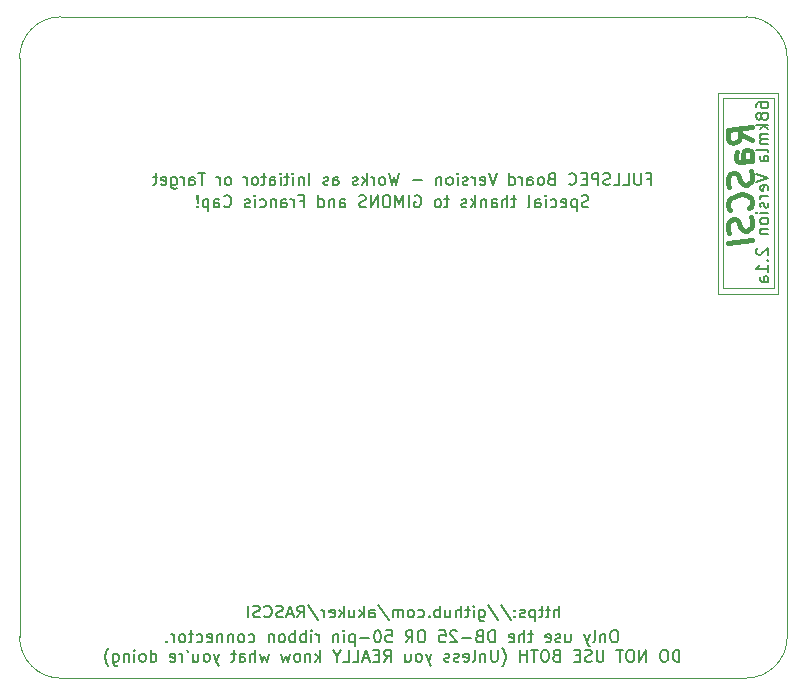
<source format=gbr>
%TF.GenerationSoftware,KiCad,Pcbnew,(5.1.4)-1*%
%TF.CreationDate,2020-08-02T20:17:12-05:00*%
%TF.ProjectId,rascsi_2p1,72617363-7369-45f3-9270-312e6b696361,rev?*%
%TF.SameCoordinates,PX59d60c0PY325aa00*%
%TF.FileFunction,Legend,Bot*%
%TF.FilePolarity,Positive*%
%FSLAX46Y46*%
G04 Gerber Fmt 4.6, Leading zero omitted, Abs format (unit mm)*
G04 Created by KiCad (PCBNEW (5.1.4)-1) date 2020-08-02 20:17:12*
%MOMM*%
%LPD*%
G04 APERTURE LIST*
%ADD10C,0.120000*%
%ADD11C,0.400000*%
%ADD12C,0.150000*%
%ADD13C,0.050000*%
G04 APERTURE END LIST*
D10*
X144179000Y-12668500D02*
X139924500Y-12668500D01*
X139861000Y3397000D02*
X144179000Y3397000D01*
X144179000Y3397000D02*
X144179000Y-12668500D01*
X139861000Y-12605000D02*
X139861000Y3397000D01*
D11*
X142289761Y-157738D02*
X141337380Y389881D01*
X142289761Y985120D02*
X140289761Y735120D01*
X140289761Y-26785D01*
X140385000Y-205357D01*
X140480238Y-288690D01*
X140670714Y-360119D01*
X140956428Y-324404D01*
X141146904Y-205357D01*
X141242142Y-98214D01*
X141337380Y104167D01*
X141337380Y866072D01*
X142289761Y-1872023D02*
X141242142Y-2002976D01*
X141051666Y-1931547D01*
X140956428Y-1752976D01*
X140956428Y-1372023D01*
X141051666Y-1169642D01*
X142194523Y-1883928D02*
X142289761Y-1681547D01*
X142289761Y-1205357D01*
X142194523Y-1026785D01*
X142004047Y-955357D01*
X141813571Y-979166D01*
X141623095Y-1098214D01*
X141527857Y-1300595D01*
X141527857Y-1776785D01*
X141432619Y-1979166D01*
X142194523Y-2741071D02*
X142289761Y-3014880D01*
X142289761Y-3491071D01*
X142194523Y-3693452D01*
X142099285Y-3800595D01*
X141908809Y-3919642D01*
X141718333Y-3943452D01*
X141527857Y-3872023D01*
X141432619Y-3788690D01*
X141337380Y-3610119D01*
X141242142Y-3241071D01*
X141146904Y-3062500D01*
X141051666Y-2979166D01*
X140861190Y-2907738D01*
X140670714Y-2931547D01*
X140480238Y-3050595D01*
X140385000Y-3157738D01*
X140289761Y-3360119D01*
X140289761Y-3836309D01*
X140385000Y-4110119D01*
X142099285Y-5895833D02*
X142194523Y-5788690D01*
X142289761Y-5491071D01*
X142289761Y-5300595D01*
X142194523Y-5026785D01*
X142004047Y-4860119D01*
X141813571Y-4788690D01*
X141432619Y-4741071D01*
X141146904Y-4776785D01*
X140765952Y-4919642D01*
X140575476Y-5038690D01*
X140385000Y-5252976D01*
X140289761Y-5550595D01*
X140289761Y-5741071D01*
X140385000Y-6014880D01*
X140480238Y-6098214D01*
X142194523Y-6645833D02*
X142289761Y-6919642D01*
X142289761Y-7395833D01*
X142194523Y-7598214D01*
X142099285Y-7705357D01*
X141908809Y-7824404D01*
X141718333Y-7848214D01*
X141527857Y-7776785D01*
X141432619Y-7693452D01*
X141337380Y-7514880D01*
X141242142Y-7145833D01*
X141146904Y-6967261D01*
X141051666Y-6883928D01*
X140861190Y-6812500D01*
X140670714Y-6836309D01*
X140480238Y-6955357D01*
X140385000Y-7062500D01*
X140289761Y-7264880D01*
X140289761Y-7741071D01*
X140385000Y-8014880D01*
X142289761Y-8633928D02*
X140289761Y-8883928D01*
D12*
X142678880Y2649977D02*
X142678880Y2840453D01*
X142726500Y2935691D01*
X142774119Y2983310D01*
X142916976Y3078548D01*
X143107452Y3126167D01*
X143488404Y3126167D01*
X143583642Y3078548D01*
X143631261Y3030929D01*
X143678880Y2935691D01*
X143678880Y2745215D01*
X143631261Y2649977D01*
X143583642Y2602358D01*
X143488404Y2554739D01*
X143250309Y2554739D01*
X143155071Y2602358D01*
X143107452Y2649977D01*
X143059833Y2745215D01*
X143059833Y2935691D01*
X143107452Y3030929D01*
X143155071Y3078548D01*
X143250309Y3126167D01*
X143107452Y1983310D02*
X143059833Y2078548D01*
X143012214Y2126167D01*
X142916976Y2173786D01*
X142869357Y2173786D01*
X142774119Y2126167D01*
X142726500Y2078548D01*
X142678880Y1983310D01*
X142678880Y1792834D01*
X142726500Y1697596D01*
X142774119Y1649977D01*
X142869357Y1602358D01*
X142916976Y1602358D01*
X143012214Y1649977D01*
X143059833Y1697596D01*
X143107452Y1792834D01*
X143107452Y1983310D01*
X143155071Y2078548D01*
X143202690Y2126167D01*
X143297928Y2173786D01*
X143488404Y2173786D01*
X143583642Y2126167D01*
X143631261Y2078548D01*
X143678880Y1983310D01*
X143678880Y1792834D01*
X143631261Y1697596D01*
X143583642Y1649977D01*
X143488404Y1602358D01*
X143297928Y1602358D01*
X143202690Y1649977D01*
X143155071Y1697596D01*
X143107452Y1792834D01*
X143678880Y1173786D02*
X142678880Y1173786D01*
X143297928Y1078548D02*
X143678880Y792834D01*
X143012214Y792834D02*
X143393166Y1173786D01*
X143678880Y364262D02*
X143012214Y364262D01*
X143107452Y364262D02*
X143059833Y316643D01*
X143012214Y221405D01*
X143012214Y78548D01*
X143059833Y-16690D01*
X143155071Y-64309D01*
X143678880Y-64309D01*
X143155071Y-64309D02*
X143059833Y-111928D01*
X143012214Y-207166D01*
X143012214Y-350023D01*
X143059833Y-445261D01*
X143155071Y-492880D01*
X143678880Y-492880D01*
X143678880Y-1111928D02*
X143631261Y-1016690D01*
X143536023Y-969071D01*
X142678880Y-969071D01*
X143678880Y-1921452D02*
X143155071Y-1921452D01*
X143059833Y-1873833D01*
X143012214Y-1778595D01*
X143012214Y-1588119D01*
X143059833Y-1492880D01*
X143631261Y-1921452D02*
X143678880Y-1826214D01*
X143678880Y-1588119D01*
X143631261Y-1492880D01*
X143536023Y-1445261D01*
X143440785Y-1445261D01*
X143345547Y-1492880D01*
X143297928Y-1588119D01*
X143297928Y-1826214D01*
X143250309Y-1921452D01*
X142678880Y-3016690D02*
X143678880Y-3350023D01*
X142678880Y-3683357D01*
X143631261Y-4397642D02*
X143678880Y-4302404D01*
X143678880Y-4111928D01*
X143631261Y-4016690D01*
X143536023Y-3969071D01*
X143155071Y-3969071D01*
X143059833Y-4016690D01*
X143012214Y-4111928D01*
X143012214Y-4302404D01*
X143059833Y-4397642D01*
X143155071Y-4445261D01*
X143250309Y-4445261D01*
X143345547Y-3969071D01*
X143678880Y-4873833D02*
X143012214Y-4873833D01*
X143202690Y-4873833D02*
X143107452Y-4921452D01*
X143059833Y-4969071D01*
X143012214Y-5064309D01*
X143012214Y-5159547D01*
X143631261Y-5445261D02*
X143678880Y-5540500D01*
X143678880Y-5730976D01*
X143631261Y-5826214D01*
X143536023Y-5873833D01*
X143488404Y-5873833D01*
X143393166Y-5826214D01*
X143345547Y-5730976D01*
X143345547Y-5588119D01*
X143297928Y-5492880D01*
X143202690Y-5445261D01*
X143155071Y-5445261D01*
X143059833Y-5492880D01*
X143012214Y-5588119D01*
X143012214Y-5730976D01*
X143059833Y-5826214D01*
X143678880Y-6302404D02*
X143012214Y-6302404D01*
X142678880Y-6302404D02*
X142726500Y-6254785D01*
X142774119Y-6302404D01*
X142726500Y-6350023D01*
X142678880Y-6302404D01*
X142774119Y-6302404D01*
X143678880Y-6921452D02*
X143631261Y-6826214D01*
X143583642Y-6778595D01*
X143488404Y-6730976D01*
X143202690Y-6730976D01*
X143107452Y-6778595D01*
X143059833Y-6826214D01*
X143012214Y-6921452D01*
X143012214Y-7064309D01*
X143059833Y-7159547D01*
X143107452Y-7207166D01*
X143202690Y-7254785D01*
X143488404Y-7254785D01*
X143583642Y-7207166D01*
X143631261Y-7159547D01*
X143678880Y-7064309D01*
X143678880Y-6921452D01*
X143012214Y-7683357D02*
X143678880Y-7683357D01*
X143107452Y-7683357D02*
X143059833Y-7730976D01*
X143012214Y-7826214D01*
X143012214Y-7969071D01*
X143059833Y-8064309D01*
X143155071Y-8111928D01*
X143678880Y-8111928D01*
X142774119Y-9302404D02*
X142726500Y-9350023D01*
X142678880Y-9445261D01*
X142678880Y-9683357D01*
X142726500Y-9778595D01*
X142774119Y-9826214D01*
X142869357Y-9873833D01*
X142964595Y-9873833D01*
X143107452Y-9826214D01*
X143678880Y-9254785D01*
X143678880Y-9873833D01*
X143583642Y-10302404D02*
X143631261Y-10350023D01*
X143678880Y-10302404D01*
X143631261Y-10254785D01*
X143583642Y-10302404D01*
X143678880Y-10302404D01*
X143678880Y-11302404D02*
X143678880Y-10730976D01*
X143678880Y-11016690D02*
X142678880Y-11016690D01*
X142821738Y-10921452D01*
X142916976Y-10826214D01*
X142964595Y-10730976D01*
X143678880Y-12159547D02*
X143155071Y-12159547D01*
X143059833Y-12111928D01*
X143012214Y-12016690D01*
X143012214Y-11826214D01*
X143059833Y-11730976D01*
X143631261Y-12159547D02*
X143678880Y-12064309D01*
X143678880Y-11826214D01*
X143631261Y-11730976D01*
X143536023Y-11683357D01*
X143440785Y-11683357D01*
X143345547Y-11730976D01*
X143297928Y-11826214D01*
X143297928Y-12064309D01*
X143250309Y-12159547D01*
D10*
X139861000Y-12668500D02*
X140115000Y-12668500D01*
X139480000Y-13176500D02*
X144560000Y-13176500D01*
X144560000Y3841500D02*
X139480000Y3841500D01*
X139480000Y3778000D02*
X139480000Y-13176500D01*
X144560000Y3841500D02*
X144560000Y-13176500D01*
X139861000Y-12605000D02*
X139861000Y-12668500D01*
D12*
X125976666Y-40552880D02*
X125976666Y-39552880D01*
X125548095Y-40552880D02*
X125548095Y-40029071D01*
X125595714Y-39933833D01*
X125690952Y-39886214D01*
X125833809Y-39886214D01*
X125929047Y-39933833D01*
X125976666Y-39981452D01*
X125214761Y-39886214D02*
X124833809Y-39886214D01*
X125071904Y-39552880D02*
X125071904Y-40410023D01*
X125024285Y-40505261D01*
X124929047Y-40552880D01*
X124833809Y-40552880D01*
X124643333Y-39886214D02*
X124262380Y-39886214D01*
X124500476Y-39552880D02*
X124500476Y-40410023D01*
X124452857Y-40505261D01*
X124357619Y-40552880D01*
X124262380Y-40552880D01*
X123929047Y-39886214D02*
X123929047Y-40886214D01*
X123929047Y-39933833D02*
X123833809Y-39886214D01*
X123643333Y-39886214D01*
X123548095Y-39933833D01*
X123500476Y-39981452D01*
X123452857Y-40076690D01*
X123452857Y-40362404D01*
X123500476Y-40457642D01*
X123548095Y-40505261D01*
X123643333Y-40552880D01*
X123833809Y-40552880D01*
X123929047Y-40505261D01*
X123071904Y-40505261D02*
X122976666Y-40552880D01*
X122786190Y-40552880D01*
X122690952Y-40505261D01*
X122643333Y-40410023D01*
X122643333Y-40362404D01*
X122690952Y-40267166D01*
X122786190Y-40219547D01*
X122929047Y-40219547D01*
X123024285Y-40171928D01*
X123071904Y-40076690D01*
X123071904Y-40029071D01*
X123024285Y-39933833D01*
X122929047Y-39886214D01*
X122786190Y-39886214D01*
X122690952Y-39933833D01*
X122214761Y-40457642D02*
X122167142Y-40505261D01*
X122214761Y-40552880D01*
X122262380Y-40505261D01*
X122214761Y-40457642D01*
X122214761Y-40552880D01*
X122214761Y-39933833D02*
X122167142Y-39981452D01*
X122214761Y-40029071D01*
X122262380Y-39981452D01*
X122214761Y-39933833D01*
X122214761Y-40029071D01*
X121024285Y-39505261D02*
X121881428Y-40790976D01*
X119976666Y-39505261D02*
X120833809Y-40790976D01*
X119214761Y-39886214D02*
X119214761Y-40695738D01*
X119262380Y-40790976D01*
X119310000Y-40838595D01*
X119405238Y-40886214D01*
X119548095Y-40886214D01*
X119643333Y-40838595D01*
X119214761Y-40505261D02*
X119310000Y-40552880D01*
X119500476Y-40552880D01*
X119595714Y-40505261D01*
X119643333Y-40457642D01*
X119690952Y-40362404D01*
X119690952Y-40076690D01*
X119643333Y-39981452D01*
X119595714Y-39933833D01*
X119500476Y-39886214D01*
X119310000Y-39886214D01*
X119214761Y-39933833D01*
X118738571Y-40552880D02*
X118738571Y-39886214D01*
X118738571Y-39552880D02*
X118786190Y-39600500D01*
X118738571Y-39648119D01*
X118690952Y-39600500D01*
X118738571Y-39552880D01*
X118738571Y-39648119D01*
X118405238Y-39886214D02*
X118024285Y-39886214D01*
X118262380Y-39552880D02*
X118262380Y-40410023D01*
X118214761Y-40505261D01*
X118119523Y-40552880D01*
X118024285Y-40552880D01*
X117690952Y-40552880D02*
X117690952Y-39552880D01*
X117262380Y-40552880D02*
X117262380Y-40029071D01*
X117310000Y-39933833D01*
X117405238Y-39886214D01*
X117548095Y-39886214D01*
X117643333Y-39933833D01*
X117690952Y-39981452D01*
X116357619Y-39886214D02*
X116357619Y-40552880D01*
X116786190Y-39886214D02*
X116786190Y-40410023D01*
X116738571Y-40505261D01*
X116643333Y-40552880D01*
X116500476Y-40552880D01*
X116405238Y-40505261D01*
X116357619Y-40457642D01*
X115881428Y-40552880D02*
X115881428Y-39552880D01*
X115881428Y-39933833D02*
X115786190Y-39886214D01*
X115595714Y-39886214D01*
X115500476Y-39933833D01*
X115452857Y-39981452D01*
X115405238Y-40076690D01*
X115405238Y-40362404D01*
X115452857Y-40457642D01*
X115500476Y-40505261D01*
X115595714Y-40552880D01*
X115786190Y-40552880D01*
X115881428Y-40505261D01*
X114976666Y-40457642D02*
X114929047Y-40505261D01*
X114976666Y-40552880D01*
X115024285Y-40505261D01*
X114976666Y-40457642D01*
X114976666Y-40552880D01*
X114071904Y-40505261D02*
X114167142Y-40552880D01*
X114357619Y-40552880D01*
X114452857Y-40505261D01*
X114500476Y-40457642D01*
X114548095Y-40362404D01*
X114548095Y-40076690D01*
X114500476Y-39981452D01*
X114452857Y-39933833D01*
X114357619Y-39886214D01*
X114167142Y-39886214D01*
X114071904Y-39933833D01*
X113500476Y-40552880D02*
X113595714Y-40505261D01*
X113643333Y-40457642D01*
X113690952Y-40362404D01*
X113690952Y-40076690D01*
X113643333Y-39981452D01*
X113595714Y-39933833D01*
X113500476Y-39886214D01*
X113357619Y-39886214D01*
X113262380Y-39933833D01*
X113214761Y-39981452D01*
X113167142Y-40076690D01*
X113167142Y-40362404D01*
X113214761Y-40457642D01*
X113262380Y-40505261D01*
X113357619Y-40552880D01*
X113500476Y-40552880D01*
X112738571Y-40552880D02*
X112738571Y-39886214D01*
X112738571Y-39981452D02*
X112690952Y-39933833D01*
X112595714Y-39886214D01*
X112452857Y-39886214D01*
X112357619Y-39933833D01*
X112310000Y-40029071D01*
X112310000Y-40552880D01*
X112310000Y-40029071D02*
X112262380Y-39933833D01*
X112167142Y-39886214D01*
X112024285Y-39886214D01*
X111929047Y-39933833D01*
X111881428Y-40029071D01*
X111881428Y-40552880D01*
X110690952Y-39505261D02*
X111548095Y-40790976D01*
X109929047Y-40552880D02*
X109929047Y-40029071D01*
X109976666Y-39933833D01*
X110071904Y-39886214D01*
X110262380Y-39886214D01*
X110357619Y-39933833D01*
X109929047Y-40505261D02*
X110024285Y-40552880D01*
X110262380Y-40552880D01*
X110357619Y-40505261D01*
X110405238Y-40410023D01*
X110405238Y-40314785D01*
X110357619Y-40219547D01*
X110262380Y-40171928D01*
X110024285Y-40171928D01*
X109929047Y-40124309D01*
X109452857Y-40552880D02*
X109452857Y-39552880D01*
X109357619Y-40171928D02*
X109071904Y-40552880D01*
X109071904Y-39886214D02*
X109452857Y-40267166D01*
X108214761Y-39886214D02*
X108214761Y-40552880D01*
X108643333Y-39886214D02*
X108643333Y-40410023D01*
X108595714Y-40505261D01*
X108500476Y-40552880D01*
X108357619Y-40552880D01*
X108262380Y-40505261D01*
X108214761Y-40457642D01*
X107738571Y-40552880D02*
X107738571Y-39552880D01*
X107643333Y-40171928D02*
X107357619Y-40552880D01*
X107357619Y-39886214D02*
X107738571Y-40267166D01*
X106548095Y-40505261D02*
X106643333Y-40552880D01*
X106833809Y-40552880D01*
X106929047Y-40505261D01*
X106976666Y-40410023D01*
X106976666Y-40029071D01*
X106929047Y-39933833D01*
X106833809Y-39886214D01*
X106643333Y-39886214D01*
X106548095Y-39933833D01*
X106500476Y-40029071D01*
X106500476Y-40124309D01*
X106976666Y-40219547D01*
X106071904Y-40552880D02*
X106071904Y-39886214D01*
X106071904Y-40076690D02*
X106024285Y-39981452D01*
X105976666Y-39933833D01*
X105881428Y-39886214D01*
X105786190Y-39886214D01*
X104738571Y-39505261D02*
X105595714Y-40790976D01*
X103833809Y-40552880D02*
X104167142Y-40076690D01*
X104405238Y-40552880D02*
X104405238Y-39552880D01*
X104024285Y-39552880D01*
X103929047Y-39600500D01*
X103881428Y-39648119D01*
X103833809Y-39743357D01*
X103833809Y-39886214D01*
X103881428Y-39981452D01*
X103929047Y-40029071D01*
X104024285Y-40076690D01*
X104405238Y-40076690D01*
X103452857Y-40267166D02*
X102976666Y-40267166D01*
X103548095Y-40552880D02*
X103214761Y-39552880D01*
X102881428Y-40552880D01*
X102595714Y-40505261D02*
X102452857Y-40552880D01*
X102214761Y-40552880D01*
X102119523Y-40505261D01*
X102071904Y-40457642D01*
X102024285Y-40362404D01*
X102024285Y-40267166D01*
X102071904Y-40171928D01*
X102119523Y-40124309D01*
X102214761Y-40076690D01*
X102405238Y-40029071D01*
X102500476Y-39981452D01*
X102548095Y-39933833D01*
X102595714Y-39838595D01*
X102595714Y-39743357D01*
X102548095Y-39648119D01*
X102500476Y-39600500D01*
X102405238Y-39552880D01*
X102167142Y-39552880D01*
X102024285Y-39600500D01*
X101024285Y-40457642D02*
X101071904Y-40505261D01*
X101214761Y-40552880D01*
X101310000Y-40552880D01*
X101452857Y-40505261D01*
X101548095Y-40410023D01*
X101595714Y-40314785D01*
X101643333Y-40124309D01*
X101643333Y-39981452D01*
X101595714Y-39790976D01*
X101548095Y-39695738D01*
X101452857Y-39600500D01*
X101310000Y-39552880D01*
X101214761Y-39552880D01*
X101071904Y-39600500D01*
X101024285Y-39648119D01*
X100643333Y-40505261D02*
X100500476Y-40552880D01*
X100262380Y-40552880D01*
X100167142Y-40505261D01*
X100119523Y-40457642D01*
X100071904Y-40362404D01*
X100071904Y-40267166D01*
X100119523Y-40171928D01*
X100167142Y-40124309D01*
X100262380Y-40076690D01*
X100452857Y-40029071D01*
X100548095Y-39981452D01*
X100595714Y-39933833D01*
X100643333Y-39838595D01*
X100643333Y-39743357D01*
X100595714Y-39648119D01*
X100548095Y-39600500D01*
X100452857Y-39552880D01*
X100214761Y-39552880D01*
X100071904Y-39600500D01*
X99643333Y-40552880D02*
X99643333Y-39552880D01*
X133449676Y-3414971D02*
X133783009Y-3414971D01*
X133783009Y-3938780D02*
X133783009Y-2938780D01*
X133306819Y-2938780D01*
X132925866Y-2938780D02*
X132925866Y-3748304D01*
X132878247Y-3843542D01*
X132830628Y-3891161D01*
X132735390Y-3938780D01*
X132544914Y-3938780D01*
X132449676Y-3891161D01*
X132402057Y-3843542D01*
X132354438Y-3748304D01*
X132354438Y-2938780D01*
X131402057Y-3938780D02*
X131878247Y-3938780D01*
X131878247Y-2938780D01*
X130592533Y-3938780D02*
X131068723Y-3938780D01*
X131068723Y-2938780D01*
X130306819Y-3891161D02*
X130163961Y-3938780D01*
X129925866Y-3938780D01*
X129830628Y-3891161D01*
X129783009Y-3843542D01*
X129735390Y-3748304D01*
X129735390Y-3653066D01*
X129783009Y-3557828D01*
X129830628Y-3510209D01*
X129925866Y-3462590D01*
X130116342Y-3414971D01*
X130211580Y-3367352D01*
X130259200Y-3319733D01*
X130306819Y-3224495D01*
X130306819Y-3129257D01*
X130259200Y-3034019D01*
X130211580Y-2986400D01*
X130116342Y-2938780D01*
X129878247Y-2938780D01*
X129735390Y-2986400D01*
X129306819Y-3938780D02*
X129306819Y-2938780D01*
X128925866Y-2938780D01*
X128830628Y-2986400D01*
X128783009Y-3034019D01*
X128735390Y-3129257D01*
X128735390Y-3272114D01*
X128783009Y-3367352D01*
X128830628Y-3414971D01*
X128925866Y-3462590D01*
X129306819Y-3462590D01*
X128306819Y-3414971D02*
X127973485Y-3414971D01*
X127830628Y-3938780D02*
X128306819Y-3938780D01*
X128306819Y-2938780D01*
X127830628Y-2938780D01*
X126830628Y-3843542D02*
X126878247Y-3891161D01*
X127021104Y-3938780D01*
X127116342Y-3938780D01*
X127259200Y-3891161D01*
X127354438Y-3795923D01*
X127402057Y-3700685D01*
X127449676Y-3510209D01*
X127449676Y-3367352D01*
X127402057Y-3176876D01*
X127354438Y-3081638D01*
X127259200Y-2986400D01*
X127116342Y-2938780D01*
X127021104Y-2938780D01*
X126878247Y-2986400D01*
X126830628Y-3034019D01*
X125306819Y-3414971D02*
X125163961Y-3462590D01*
X125116342Y-3510209D01*
X125068723Y-3605447D01*
X125068723Y-3748304D01*
X125116342Y-3843542D01*
X125163961Y-3891161D01*
X125259200Y-3938780D01*
X125640152Y-3938780D01*
X125640152Y-2938780D01*
X125306819Y-2938780D01*
X125211580Y-2986400D01*
X125163961Y-3034019D01*
X125116342Y-3129257D01*
X125116342Y-3224495D01*
X125163961Y-3319733D01*
X125211580Y-3367352D01*
X125306819Y-3414971D01*
X125640152Y-3414971D01*
X124497295Y-3938780D02*
X124592533Y-3891161D01*
X124640152Y-3843542D01*
X124687771Y-3748304D01*
X124687771Y-3462590D01*
X124640152Y-3367352D01*
X124592533Y-3319733D01*
X124497295Y-3272114D01*
X124354438Y-3272114D01*
X124259200Y-3319733D01*
X124211580Y-3367352D01*
X124163961Y-3462590D01*
X124163961Y-3748304D01*
X124211580Y-3843542D01*
X124259200Y-3891161D01*
X124354438Y-3938780D01*
X124497295Y-3938780D01*
X123306819Y-3938780D02*
X123306819Y-3414971D01*
X123354438Y-3319733D01*
X123449676Y-3272114D01*
X123640152Y-3272114D01*
X123735390Y-3319733D01*
X123306819Y-3891161D02*
X123402057Y-3938780D01*
X123640152Y-3938780D01*
X123735390Y-3891161D01*
X123783009Y-3795923D01*
X123783009Y-3700685D01*
X123735390Y-3605447D01*
X123640152Y-3557828D01*
X123402057Y-3557828D01*
X123306819Y-3510209D01*
X122830628Y-3938780D02*
X122830628Y-3272114D01*
X122830628Y-3462590D02*
X122783009Y-3367352D01*
X122735390Y-3319733D01*
X122640152Y-3272114D01*
X122544914Y-3272114D01*
X121783009Y-3938780D02*
X121783009Y-2938780D01*
X121783009Y-3891161D02*
X121878247Y-3938780D01*
X122068723Y-3938780D01*
X122163961Y-3891161D01*
X122211580Y-3843542D01*
X122259200Y-3748304D01*
X122259200Y-3462590D01*
X122211580Y-3367352D01*
X122163961Y-3319733D01*
X122068723Y-3272114D01*
X121878247Y-3272114D01*
X121783009Y-3319733D01*
X120687771Y-2938780D02*
X120354438Y-3938780D01*
X120021104Y-2938780D01*
X119306819Y-3891161D02*
X119402057Y-3938780D01*
X119592533Y-3938780D01*
X119687771Y-3891161D01*
X119735390Y-3795923D01*
X119735390Y-3414971D01*
X119687771Y-3319733D01*
X119592533Y-3272114D01*
X119402057Y-3272114D01*
X119306819Y-3319733D01*
X119259200Y-3414971D01*
X119259200Y-3510209D01*
X119735390Y-3605447D01*
X118830628Y-3938780D02*
X118830628Y-3272114D01*
X118830628Y-3462590D02*
X118783009Y-3367352D01*
X118735390Y-3319733D01*
X118640152Y-3272114D01*
X118544914Y-3272114D01*
X118259200Y-3891161D02*
X118163961Y-3938780D01*
X117973485Y-3938780D01*
X117878247Y-3891161D01*
X117830628Y-3795923D01*
X117830628Y-3748304D01*
X117878247Y-3653066D01*
X117973485Y-3605447D01*
X118116342Y-3605447D01*
X118211580Y-3557828D01*
X118259200Y-3462590D01*
X118259200Y-3414971D01*
X118211580Y-3319733D01*
X118116342Y-3272114D01*
X117973485Y-3272114D01*
X117878247Y-3319733D01*
X117402057Y-3938780D02*
X117402057Y-3272114D01*
X117402057Y-2938780D02*
X117449676Y-2986400D01*
X117402057Y-3034019D01*
X117354438Y-2986400D01*
X117402057Y-2938780D01*
X117402057Y-3034019D01*
X116783009Y-3938780D02*
X116878247Y-3891161D01*
X116925866Y-3843542D01*
X116973485Y-3748304D01*
X116973485Y-3462590D01*
X116925866Y-3367352D01*
X116878247Y-3319733D01*
X116783009Y-3272114D01*
X116640152Y-3272114D01*
X116544914Y-3319733D01*
X116497295Y-3367352D01*
X116449676Y-3462590D01*
X116449676Y-3748304D01*
X116497295Y-3843542D01*
X116544914Y-3891161D01*
X116640152Y-3938780D01*
X116783009Y-3938780D01*
X116021104Y-3272114D02*
X116021104Y-3938780D01*
X116021104Y-3367352D02*
X115973485Y-3319733D01*
X115878247Y-3272114D01*
X115735390Y-3272114D01*
X115640152Y-3319733D01*
X115592533Y-3414971D01*
X115592533Y-3938780D01*
X114354438Y-3557828D02*
X113592533Y-3557828D01*
X112449676Y-2938780D02*
X112211580Y-3938780D01*
X112021104Y-3224495D01*
X111830628Y-3938780D01*
X111592533Y-2938780D01*
X111068723Y-3938780D02*
X111163961Y-3891161D01*
X111211580Y-3843542D01*
X111259200Y-3748304D01*
X111259200Y-3462590D01*
X111211580Y-3367352D01*
X111163961Y-3319733D01*
X111068723Y-3272114D01*
X110925866Y-3272114D01*
X110830628Y-3319733D01*
X110783009Y-3367352D01*
X110735390Y-3462590D01*
X110735390Y-3748304D01*
X110783009Y-3843542D01*
X110830628Y-3891161D01*
X110925866Y-3938780D01*
X111068723Y-3938780D01*
X110306819Y-3938780D02*
X110306819Y-3272114D01*
X110306819Y-3462590D02*
X110259200Y-3367352D01*
X110211580Y-3319733D01*
X110116342Y-3272114D01*
X110021104Y-3272114D01*
X109687771Y-3938780D02*
X109687771Y-2938780D01*
X109592533Y-3557828D02*
X109306819Y-3938780D01*
X109306819Y-3272114D02*
X109687771Y-3653066D01*
X108925866Y-3891161D02*
X108830628Y-3938780D01*
X108640152Y-3938780D01*
X108544914Y-3891161D01*
X108497295Y-3795923D01*
X108497295Y-3748304D01*
X108544914Y-3653066D01*
X108640152Y-3605447D01*
X108783009Y-3605447D01*
X108878247Y-3557828D01*
X108925866Y-3462590D01*
X108925866Y-3414971D01*
X108878247Y-3319733D01*
X108783009Y-3272114D01*
X108640152Y-3272114D01*
X108544914Y-3319733D01*
X106878247Y-3938780D02*
X106878247Y-3414971D01*
X106925866Y-3319733D01*
X107021104Y-3272114D01*
X107211580Y-3272114D01*
X107306819Y-3319733D01*
X106878247Y-3891161D02*
X106973485Y-3938780D01*
X107211580Y-3938780D01*
X107306819Y-3891161D01*
X107354438Y-3795923D01*
X107354438Y-3700685D01*
X107306819Y-3605447D01*
X107211580Y-3557828D01*
X106973485Y-3557828D01*
X106878247Y-3510209D01*
X106449676Y-3891161D02*
X106354438Y-3938780D01*
X106163961Y-3938780D01*
X106068723Y-3891161D01*
X106021104Y-3795923D01*
X106021104Y-3748304D01*
X106068723Y-3653066D01*
X106163961Y-3605447D01*
X106306819Y-3605447D01*
X106402057Y-3557828D01*
X106449676Y-3462590D01*
X106449676Y-3414971D01*
X106402057Y-3319733D01*
X106306819Y-3272114D01*
X106163961Y-3272114D01*
X106068723Y-3319733D01*
X104830628Y-3938780D02*
X104830628Y-2938780D01*
X104354438Y-3272114D02*
X104354438Y-3938780D01*
X104354438Y-3367352D02*
X104306819Y-3319733D01*
X104211580Y-3272114D01*
X104068723Y-3272114D01*
X103973485Y-3319733D01*
X103925866Y-3414971D01*
X103925866Y-3938780D01*
X103449676Y-3938780D02*
X103449676Y-3272114D01*
X103449676Y-2938780D02*
X103497295Y-2986400D01*
X103449676Y-3034019D01*
X103402057Y-2986400D01*
X103449676Y-2938780D01*
X103449676Y-3034019D01*
X103116342Y-3272114D02*
X102735390Y-3272114D01*
X102973485Y-2938780D02*
X102973485Y-3795923D01*
X102925866Y-3891161D01*
X102830628Y-3938780D01*
X102735390Y-3938780D01*
X102402057Y-3938780D02*
X102402057Y-3272114D01*
X102402057Y-2938780D02*
X102449676Y-2986400D01*
X102402057Y-3034019D01*
X102354438Y-2986400D01*
X102402057Y-2938780D01*
X102402057Y-3034019D01*
X101497295Y-3938780D02*
X101497295Y-3414971D01*
X101544914Y-3319733D01*
X101640152Y-3272114D01*
X101830628Y-3272114D01*
X101925866Y-3319733D01*
X101497295Y-3891161D02*
X101592533Y-3938780D01*
X101830628Y-3938780D01*
X101925866Y-3891161D01*
X101973485Y-3795923D01*
X101973485Y-3700685D01*
X101925866Y-3605447D01*
X101830628Y-3557828D01*
X101592533Y-3557828D01*
X101497295Y-3510209D01*
X101163961Y-3272114D02*
X100783009Y-3272114D01*
X101021104Y-2938780D02*
X101021104Y-3795923D01*
X100973485Y-3891161D01*
X100878247Y-3938780D01*
X100783009Y-3938780D01*
X100306819Y-3938780D02*
X100402057Y-3891161D01*
X100449676Y-3843542D01*
X100497295Y-3748304D01*
X100497295Y-3462590D01*
X100449676Y-3367352D01*
X100402057Y-3319733D01*
X100306819Y-3272114D01*
X100163961Y-3272114D01*
X100068723Y-3319733D01*
X100021104Y-3367352D01*
X99973485Y-3462590D01*
X99973485Y-3748304D01*
X100021104Y-3843542D01*
X100068723Y-3891161D01*
X100163961Y-3938780D01*
X100306819Y-3938780D01*
X99544914Y-3938780D02*
X99544914Y-3272114D01*
X99544914Y-3462590D02*
X99497295Y-3367352D01*
X99449676Y-3319733D01*
X99354438Y-3272114D01*
X99259200Y-3272114D01*
X98021104Y-3938780D02*
X98116342Y-3891161D01*
X98163961Y-3843542D01*
X98211580Y-3748304D01*
X98211580Y-3462590D01*
X98163961Y-3367352D01*
X98116342Y-3319733D01*
X98021104Y-3272114D01*
X97878247Y-3272114D01*
X97783009Y-3319733D01*
X97735390Y-3367352D01*
X97687771Y-3462590D01*
X97687771Y-3748304D01*
X97735390Y-3843542D01*
X97783009Y-3891161D01*
X97878247Y-3938780D01*
X98021104Y-3938780D01*
X97259200Y-3938780D02*
X97259200Y-3272114D01*
X97259200Y-3462590D02*
X97211580Y-3367352D01*
X97163961Y-3319733D01*
X97068723Y-3272114D01*
X96973485Y-3272114D01*
X96021104Y-2938780D02*
X95449676Y-2938780D01*
X95735390Y-3938780D02*
X95735390Y-2938780D01*
X94687771Y-3938780D02*
X94687771Y-3414971D01*
X94735390Y-3319733D01*
X94830628Y-3272114D01*
X95021104Y-3272114D01*
X95116342Y-3319733D01*
X94687771Y-3891161D02*
X94783009Y-3938780D01*
X95021104Y-3938780D01*
X95116342Y-3891161D01*
X95163961Y-3795923D01*
X95163961Y-3700685D01*
X95116342Y-3605447D01*
X95021104Y-3557828D01*
X94783009Y-3557828D01*
X94687771Y-3510209D01*
X94211580Y-3938780D02*
X94211580Y-3272114D01*
X94211580Y-3462590D02*
X94163961Y-3367352D01*
X94116342Y-3319733D01*
X94021104Y-3272114D01*
X93925866Y-3272114D01*
X93163961Y-3272114D02*
X93163961Y-4081638D01*
X93211580Y-4176876D01*
X93259200Y-4224495D01*
X93354438Y-4272114D01*
X93497295Y-4272114D01*
X93592533Y-4224495D01*
X93163961Y-3891161D02*
X93259200Y-3938780D01*
X93449676Y-3938780D01*
X93544914Y-3891161D01*
X93592533Y-3843542D01*
X93640152Y-3748304D01*
X93640152Y-3462590D01*
X93592533Y-3367352D01*
X93544914Y-3319733D01*
X93449676Y-3272114D01*
X93259200Y-3272114D01*
X93163961Y-3319733D01*
X92306819Y-3891161D02*
X92402057Y-3938780D01*
X92592533Y-3938780D01*
X92687771Y-3891161D01*
X92735390Y-3795923D01*
X92735390Y-3414971D01*
X92687771Y-3319733D01*
X92592533Y-3272114D01*
X92402057Y-3272114D01*
X92306819Y-3319733D01*
X92259200Y-3414971D01*
X92259200Y-3510209D01*
X92735390Y-3605447D01*
X91973485Y-3272114D02*
X91592533Y-3272114D01*
X91830628Y-2938780D02*
X91830628Y-3795923D01*
X91783009Y-3891161D01*
X91687771Y-3938780D01*
X91592533Y-3938780D01*
X128467028Y-5770761D02*
X128324171Y-5818380D01*
X128086076Y-5818380D01*
X127990838Y-5770761D01*
X127943219Y-5723142D01*
X127895600Y-5627904D01*
X127895600Y-5532666D01*
X127943219Y-5437428D01*
X127990838Y-5389809D01*
X128086076Y-5342190D01*
X128276552Y-5294571D01*
X128371790Y-5246952D01*
X128419409Y-5199333D01*
X128467028Y-5104095D01*
X128467028Y-5008857D01*
X128419409Y-4913619D01*
X128371790Y-4866000D01*
X128276552Y-4818380D01*
X128038457Y-4818380D01*
X127895600Y-4866000D01*
X127467028Y-5151714D02*
X127467028Y-6151714D01*
X127467028Y-5199333D02*
X127371790Y-5151714D01*
X127181314Y-5151714D01*
X127086076Y-5199333D01*
X127038457Y-5246952D01*
X126990838Y-5342190D01*
X126990838Y-5627904D01*
X127038457Y-5723142D01*
X127086076Y-5770761D01*
X127181314Y-5818380D01*
X127371790Y-5818380D01*
X127467028Y-5770761D01*
X126181314Y-5770761D02*
X126276552Y-5818380D01*
X126467028Y-5818380D01*
X126562266Y-5770761D01*
X126609885Y-5675523D01*
X126609885Y-5294571D01*
X126562266Y-5199333D01*
X126467028Y-5151714D01*
X126276552Y-5151714D01*
X126181314Y-5199333D01*
X126133695Y-5294571D01*
X126133695Y-5389809D01*
X126609885Y-5485047D01*
X125276552Y-5770761D02*
X125371790Y-5818380D01*
X125562266Y-5818380D01*
X125657504Y-5770761D01*
X125705123Y-5723142D01*
X125752742Y-5627904D01*
X125752742Y-5342190D01*
X125705123Y-5246952D01*
X125657504Y-5199333D01*
X125562266Y-5151714D01*
X125371790Y-5151714D01*
X125276552Y-5199333D01*
X124847980Y-5818380D02*
X124847980Y-5151714D01*
X124847980Y-4818380D02*
X124895600Y-4866000D01*
X124847980Y-4913619D01*
X124800361Y-4866000D01*
X124847980Y-4818380D01*
X124847980Y-4913619D01*
X123943219Y-5818380D02*
X123943219Y-5294571D01*
X123990838Y-5199333D01*
X124086076Y-5151714D01*
X124276552Y-5151714D01*
X124371790Y-5199333D01*
X123943219Y-5770761D02*
X124038457Y-5818380D01*
X124276552Y-5818380D01*
X124371790Y-5770761D01*
X124419409Y-5675523D01*
X124419409Y-5580285D01*
X124371790Y-5485047D01*
X124276552Y-5437428D01*
X124038457Y-5437428D01*
X123943219Y-5389809D01*
X123324171Y-5818380D02*
X123419409Y-5770761D01*
X123467028Y-5675523D01*
X123467028Y-4818380D01*
X122324171Y-5151714D02*
X121943219Y-5151714D01*
X122181314Y-4818380D02*
X122181314Y-5675523D01*
X122133695Y-5770761D01*
X122038457Y-5818380D01*
X121943219Y-5818380D01*
X121609885Y-5818380D02*
X121609885Y-4818380D01*
X121181314Y-5818380D02*
X121181314Y-5294571D01*
X121228933Y-5199333D01*
X121324171Y-5151714D01*
X121467028Y-5151714D01*
X121562266Y-5199333D01*
X121609885Y-5246952D01*
X120276552Y-5818380D02*
X120276552Y-5294571D01*
X120324171Y-5199333D01*
X120419409Y-5151714D01*
X120609885Y-5151714D01*
X120705123Y-5199333D01*
X120276552Y-5770761D02*
X120371790Y-5818380D01*
X120609885Y-5818380D01*
X120705123Y-5770761D01*
X120752742Y-5675523D01*
X120752742Y-5580285D01*
X120705123Y-5485047D01*
X120609885Y-5437428D01*
X120371790Y-5437428D01*
X120276552Y-5389809D01*
X119800361Y-5151714D02*
X119800361Y-5818380D01*
X119800361Y-5246952D02*
X119752742Y-5199333D01*
X119657504Y-5151714D01*
X119514647Y-5151714D01*
X119419409Y-5199333D01*
X119371790Y-5294571D01*
X119371790Y-5818380D01*
X118895600Y-5818380D02*
X118895600Y-4818380D01*
X118800361Y-5437428D02*
X118514647Y-5818380D01*
X118514647Y-5151714D02*
X118895600Y-5532666D01*
X118133695Y-5770761D02*
X118038457Y-5818380D01*
X117847980Y-5818380D01*
X117752742Y-5770761D01*
X117705123Y-5675523D01*
X117705123Y-5627904D01*
X117752742Y-5532666D01*
X117847980Y-5485047D01*
X117990838Y-5485047D01*
X118086076Y-5437428D01*
X118133695Y-5342190D01*
X118133695Y-5294571D01*
X118086076Y-5199333D01*
X117990838Y-5151714D01*
X117847980Y-5151714D01*
X117752742Y-5199333D01*
X116657504Y-5151714D02*
X116276552Y-5151714D01*
X116514647Y-4818380D02*
X116514647Y-5675523D01*
X116467028Y-5770761D01*
X116371790Y-5818380D01*
X116276552Y-5818380D01*
X115800361Y-5818380D02*
X115895600Y-5770761D01*
X115943219Y-5723142D01*
X115990838Y-5627904D01*
X115990838Y-5342190D01*
X115943219Y-5246952D01*
X115895600Y-5199333D01*
X115800361Y-5151714D01*
X115657504Y-5151714D01*
X115562266Y-5199333D01*
X115514647Y-5246952D01*
X115467028Y-5342190D01*
X115467028Y-5627904D01*
X115514647Y-5723142D01*
X115562266Y-5770761D01*
X115657504Y-5818380D01*
X115800361Y-5818380D01*
X113752742Y-4866000D02*
X113847980Y-4818380D01*
X113990838Y-4818380D01*
X114133695Y-4866000D01*
X114228933Y-4961238D01*
X114276552Y-5056476D01*
X114324171Y-5246952D01*
X114324171Y-5389809D01*
X114276552Y-5580285D01*
X114228933Y-5675523D01*
X114133695Y-5770761D01*
X113990838Y-5818380D01*
X113895600Y-5818380D01*
X113752742Y-5770761D01*
X113705123Y-5723142D01*
X113705123Y-5389809D01*
X113895600Y-5389809D01*
X113276552Y-5818380D02*
X113276552Y-4818380D01*
X112800361Y-5818380D02*
X112800361Y-4818380D01*
X112467028Y-5532666D01*
X112133695Y-4818380D01*
X112133695Y-5818380D01*
X111467028Y-4818380D02*
X111276552Y-4818380D01*
X111181314Y-4866000D01*
X111086076Y-4961238D01*
X111038457Y-5151714D01*
X111038457Y-5485047D01*
X111086076Y-5675523D01*
X111181314Y-5770761D01*
X111276552Y-5818380D01*
X111467028Y-5818380D01*
X111562266Y-5770761D01*
X111657504Y-5675523D01*
X111705123Y-5485047D01*
X111705123Y-5151714D01*
X111657504Y-4961238D01*
X111562266Y-4866000D01*
X111467028Y-4818380D01*
X110609885Y-5818380D02*
X110609885Y-4818380D01*
X110038457Y-5818380D01*
X110038457Y-4818380D01*
X109609885Y-5770761D02*
X109467028Y-5818380D01*
X109228933Y-5818380D01*
X109133695Y-5770761D01*
X109086076Y-5723142D01*
X109038457Y-5627904D01*
X109038457Y-5532666D01*
X109086076Y-5437428D01*
X109133695Y-5389809D01*
X109228933Y-5342190D01*
X109419409Y-5294571D01*
X109514647Y-5246952D01*
X109562266Y-5199333D01*
X109609885Y-5104095D01*
X109609885Y-5008857D01*
X109562266Y-4913619D01*
X109514647Y-4866000D01*
X109419409Y-4818380D01*
X109181314Y-4818380D01*
X109038457Y-4866000D01*
X107419409Y-5818380D02*
X107419409Y-5294571D01*
X107467028Y-5199333D01*
X107562266Y-5151714D01*
X107752742Y-5151714D01*
X107847980Y-5199333D01*
X107419409Y-5770761D02*
X107514647Y-5818380D01*
X107752742Y-5818380D01*
X107847980Y-5770761D01*
X107895600Y-5675523D01*
X107895600Y-5580285D01*
X107847980Y-5485047D01*
X107752742Y-5437428D01*
X107514647Y-5437428D01*
X107419409Y-5389809D01*
X106943219Y-5151714D02*
X106943219Y-5818380D01*
X106943219Y-5246952D02*
X106895600Y-5199333D01*
X106800361Y-5151714D01*
X106657504Y-5151714D01*
X106562266Y-5199333D01*
X106514647Y-5294571D01*
X106514647Y-5818380D01*
X105609885Y-5818380D02*
X105609885Y-4818380D01*
X105609885Y-5770761D02*
X105705123Y-5818380D01*
X105895600Y-5818380D01*
X105990838Y-5770761D01*
X106038457Y-5723142D01*
X106086076Y-5627904D01*
X106086076Y-5342190D01*
X106038457Y-5246952D01*
X105990838Y-5199333D01*
X105895600Y-5151714D01*
X105705123Y-5151714D01*
X105609885Y-5199333D01*
X104038457Y-5294571D02*
X104371790Y-5294571D01*
X104371790Y-5818380D02*
X104371790Y-4818380D01*
X103895600Y-4818380D01*
X103514647Y-5818380D02*
X103514647Y-5151714D01*
X103514647Y-5342190D02*
X103467028Y-5246952D01*
X103419409Y-5199333D01*
X103324171Y-5151714D01*
X103228933Y-5151714D01*
X102467028Y-5818380D02*
X102467028Y-5294571D01*
X102514647Y-5199333D01*
X102609885Y-5151714D01*
X102800361Y-5151714D01*
X102895600Y-5199333D01*
X102467028Y-5770761D02*
X102562266Y-5818380D01*
X102800361Y-5818380D01*
X102895600Y-5770761D01*
X102943219Y-5675523D01*
X102943219Y-5580285D01*
X102895600Y-5485047D01*
X102800361Y-5437428D01*
X102562266Y-5437428D01*
X102467028Y-5389809D01*
X101990838Y-5151714D02*
X101990838Y-5818380D01*
X101990838Y-5246952D02*
X101943219Y-5199333D01*
X101847980Y-5151714D01*
X101705123Y-5151714D01*
X101609885Y-5199333D01*
X101562266Y-5294571D01*
X101562266Y-5818380D01*
X100657504Y-5770761D02*
X100752742Y-5818380D01*
X100943219Y-5818380D01*
X101038457Y-5770761D01*
X101086076Y-5723142D01*
X101133695Y-5627904D01*
X101133695Y-5342190D01*
X101086076Y-5246952D01*
X101038457Y-5199333D01*
X100943219Y-5151714D01*
X100752742Y-5151714D01*
X100657504Y-5199333D01*
X100228933Y-5818380D02*
X100228933Y-5151714D01*
X100228933Y-4818380D02*
X100276552Y-4866000D01*
X100228933Y-4913619D01*
X100181314Y-4866000D01*
X100228933Y-4818380D01*
X100228933Y-4913619D01*
X99800361Y-5770761D02*
X99705123Y-5818380D01*
X99514647Y-5818380D01*
X99419409Y-5770761D01*
X99371790Y-5675523D01*
X99371790Y-5627904D01*
X99419409Y-5532666D01*
X99514647Y-5485047D01*
X99657504Y-5485047D01*
X99752742Y-5437428D01*
X99800361Y-5342190D01*
X99800361Y-5294571D01*
X99752742Y-5199333D01*
X99657504Y-5151714D01*
X99514647Y-5151714D01*
X99419409Y-5199333D01*
X97609885Y-5723142D02*
X97657504Y-5770761D01*
X97800361Y-5818380D01*
X97895600Y-5818380D01*
X98038457Y-5770761D01*
X98133695Y-5675523D01*
X98181314Y-5580285D01*
X98228933Y-5389809D01*
X98228933Y-5246952D01*
X98181314Y-5056476D01*
X98133695Y-4961238D01*
X98038457Y-4866000D01*
X97895600Y-4818380D01*
X97800361Y-4818380D01*
X97657504Y-4866000D01*
X97609885Y-4913619D01*
X96752742Y-5818380D02*
X96752742Y-5294571D01*
X96800361Y-5199333D01*
X96895600Y-5151714D01*
X97086076Y-5151714D01*
X97181314Y-5199333D01*
X96752742Y-5770761D02*
X96847980Y-5818380D01*
X97086076Y-5818380D01*
X97181314Y-5770761D01*
X97228933Y-5675523D01*
X97228933Y-5580285D01*
X97181314Y-5485047D01*
X97086076Y-5437428D01*
X96847980Y-5437428D01*
X96752742Y-5389809D01*
X96276552Y-5151714D02*
X96276552Y-6151714D01*
X96276552Y-5199333D02*
X96181314Y-5151714D01*
X95990838Y-5151714D01*
X95895600Y-5199333D01*
X95847980Y-5246952D01*
X95800361Y-5342190D01*
X95800361Y-5627904D01*
X95847980Y-5723142D01*
X95895600Y-5770761D01*
X95990838Y-5818380D01*
X96181314Y-5818380D01*
X96276552Y-5770761D01*
X95371790Y-5723142D02*
X95324171Y-5770761D01*
X95371790Y-5818380D01*
X95419409Y-5770761D01*
X95371790Y-5723142D01*
X95371790Y-5818380D01*
X95371790Y-5437428D02*
X95419409Y-4866000D01*
X95371790Y-4818380D01*
X95324171Y-4866000D01*
X95371790Y-5437428D01*
X95371790Y-4818380D01*
X130762261Y-41648880D02*
X130571785Y-41648880D01*
X130476547Y-41696500D01*
X130381309Y-41791738D01*
X130333690Y-41982214D01*
X130333690Y-42315547D01*
X130381309Y-42506023D01*
X130476547Y-42601261D01*
X130571785Y-42648880D01*
X130762261Y-42648880D01*
X130857500Y-42601261D01*
X130952738Y-42506023D01*
X131000357Y-42315547D01*
X131000357Y-41982214D01*
X130952738Y-41791738D01*
X130857500Y-41696500D01*
X130762261Y-41648880D01*
X129905119Y-41982214D02*
X129905119Y-42648880D01*
X129905119Y-42077452D02*
X129857500Y-42029833D01*
X129762261Y-41982214D01*
X129619404Y-41982214D01*
X129524166Y-42029833D01*
X129476547Y-42125071D01*
X129476547Y-42648880D01*
X128857500Y-42648880D02*
X128952738Y-42601261D01*
X129000357Y-42506023D01*
X129000357Y-41648880D01*
X128571785Y-41982214D02*
X128333690Y-42648880D01*
X128095595Y-41982214D02*
X128333690Y-42648880D01*
X128428928Y-42886976D01*
X128476547Y-42934595D01*
X128571785Y-42982214D01*
X126524166Y-41982214D02*
X126524166Y-42648880D01*
X126952738Y-41982214D02*
X126952738Y-42506023D01*
X126905119Y-42601261D01*
X126809880Y-42648880D01*
X126667023Y-42648880D01*
X126571785Y-42601261D01*
X126524166Y-42553642D01*
X126095595Y-42601261D02*
X126000357Y-42648880D01*
X125809880Y-42648880D01*
X125714642Y-42601261D01*
X125667023Y-42506023D01*
X125667023Y-42458404D01*
X125714642Y-42363166D01*
X125809880Y-42315547D01*
X125952738Y-42315547D01*
X126047976Y-42267928D01*
X126095595Y-42172690D01*
X126095595Y-42125071D01*
X126047976Y-42029833D01*
X125952738Y-41982214D01*
X125809880Y-41982214D01*
X125714642Y-42029833D01*
X124857500Y-42601261D02*
X124952738Y-42648880D01*
X125143214Y-42648880D01*
X125238452Y-42601261D01*
X125286071Y-42506023D01*
X125286071Y-42125071D01*
X125238452Y-42029833D01*
X125143214Y-41982214D01*
X124952738Y-41982214D01*
X124857500Y-42029833D01*
X124809880Y-42125071D01*
X124809880Y-42220309D01*
X125286071Y-42315547D01*
X123762261Y-41982214D02*
X123381309Y-41982214D01*
X123619404Y-41648880D02*
X123619404Y-42506023D01*
X123571785Y-42601261D01*
X123476547Y-42648880D01*
X123381309Y-42648880D01*
X123047976Y-42648880D02*
X123047976Y-41648880D01*
X122619404Y-42648880D02*
X122619404Y-42125071D01*
X122667023Y-42029833D01*
X122762261Y-41982214D01*
X122905119Y-41982214D01*
X123000357Y-42029833D01*
X123047976Y-42077452D01*
X121762261Y-42601261D02*
X121857500Y-42648880D01*
X122047976Y-42648880D01*
X122143214Y-42601261D01*
X122190833Y-42506023D01*
X122190833Y-42125071D01*
X122143214Y-42029833D01*
X122047976Y-41982214D01*
X121857500Y-41982214D01*
X121762261Y-42029833D01*
X121714642Y-42125071D01*
X121714642Y-42220309D01*
X122190833Y-42315547D01*
X120524166Y-42648880D02*
X120524166Y-41648880D01*
X120286071Y-41648880D01*
X120143214Y-41696500D01*
X120047976Y-41791738D01*
X120000357Y-41886976D01*
X119952738Y-42077452D01*
X119952738Y-42220309D01*
X120000357Y-42410785D01*
X120047976Y-42506023D01*
X120143214Y-42601261D01*
X120286071Y-42648880D01*
X120524166Y-42648880D01*
X119190833Y-42125071D02*
X119047976Y-42172690D01*
X119000357Y-42220309D01*
X118952738Y-42315547D01*
X118952738Y-42458404D01*
X119000357Y-42553642D01*
X119047976Y-42601261D01*
X119143214Y-42648880D01*
X119524166Y-42648880D01*
X119524166Y-41648880D01*
X119190833Y-41648880D01*
X119095595Y-41696500D01*
X119047976Y-41744119D01*
X119000357Y-41839357D01*
X119000357Y-41934595D01*
X119047976Y-42029833D01*
X119095595Y-42077452D01*
X119190833Y-42125071D01*
X119524166Y-42125071D01*
X118524166Y-42267928D02*
X117762261Y-42267928D01*
X117333690Y-41744119D02*
X117286071Y-41696500D01*
X117190833Y-41648880D01*
X116952738Y-41648880D01*
X116857500Y-41696500D01*
X116809880Y-41744119D01*
X116762261Y-41839357D01*
X116762261Y-41934595D01*
X116809880Y-42077452D01*
X117381309Y-42648880D01*
X116762261Y-42648880D01*
X115857500Y-41648880D02*
X116333690Y-41648880D01*
X116381309Y-42125071D01*
X116333690Y-42077452D01*
X116238452Y-42029833D01*
X116000357Y-42029833D01*
X115905119Y-42077452D01*
X115857500Y-42125071D01*
X115809880Y-42220309D01*
X115809880Y-42458404D01*
X115857500Y-42553642D01*
X115905119Y-42601261D01*
X116000357Y-42648880D01*
X116238452Y-42648880D01*
X116333690Y-42601261D01*
X116381309Y-42553642D01*
X114428928Y-41648880D02*
X114238452Y-41648880D01*
X114143214Y-41696500D01*
X114047976Y-41791738D01*
X114000357Y-41982214D01*
X114000357Y-42315547D01*
X114047976Y-42506023D01*
X114143214Y-42601261D01*
X114238452Y-42648880D01*
X114428928Y-42648880D01*
X114524166Y-42601261D01*
X114619404Y-42506023D01*
X114667023Y-42315547D01*
X114667023Y-41982214D01*
X114619404Y-41791738D01*
X114524166Y-41696500D01*
X114428928Y-41648880D01*
X113000357Y-42648880D02*
X113333690Y-42172690D01*
X113571785Y-42648880D02*
X113571785Y-41648880D01*
X113190833Y-41648880D01*
X113095595Y-41696500D01*
X113047976Y-41744119D01*
X113000357Y-41839357D01*
X113000357Y-41982214D01*
X113047976Y-42077452D01*
X113095595Y-42125071D01*
X113190833Y-42172690D01*
X113571785Y-42172690D01*
X111333690Y-41648880D02*
X111809880Y-41648880D01*
X111857500Y-42125071D01*
X111809880Y-42077452D01*
X111714642Y-42029833D01*
X111476547Y-42029833D01*
X111381309Y-42077452D01*
X111333690Y-42125071D01*
X111286071Y-42220309D01*
X111286071Y-42458404D01*
X111333690Y-42553642D01*
X111381309Y-42601261D01*
X111476547Y-42648880D01*
X111714642Y-42648880D01*
X111809880Y-42601261D01*
X111857500Y-42553642D01*
X110667023Y-41648880D02*
X110571785Y-41648880D01*
X110476547Y-41696500D01*
X110428928Y-41744119D01*
X110381309Y-41839357D01*
X110333690Y-42029833D01*
X110333690Y-42267928D01*
X110381309Y-42458404D01*
X110428928Y-42553642D01*
X110476547Y-42601261D01*
X110571785Y-42648880D01*
X110667023Y-42648880D01*
X110762261Y-42601261D01*
X110809880Y-42553642D01*
X110857500Y-42458404D01*
X110905119Y-42267928D01*
X110905119Y-42029833D01*
X110857500Y-41839357D01*
X110809880Y-41744119D01*
X110762261Y-41696500D01*
X110667023Y-41648880D01*
X109905119Y-42267928D02*
X109143214Y-42267928D01*
X108667023Y-41982214D02*
X108667023Y-42982214D01*
X108667023Y-42029833D02*
X108571785Y-41982214D01*
X108381309Y-41982214D01*
X108286071Y-42029833D01*
X108238452Y-42077452D01*
X108190833Y-42172690D01*
X108190833Y-42458404D01*
X108238452Y-42553642D01*
X108286071Y-42601261D01*
X108381309Y-42648880D01*
X108571785Y-42648880D01*
X108667023Y-42601261D01*
X107762261Y-42648880D02*
X107762261Y-41982214D01*
X107762261Y-41648880D02*
X107809880Y-41696500D01*
X107762261Y-41744119D01*
X107714642Y-41696500D01*
X107762261Y-41648880D01*
X107762261Y-41744119D01*
X107286071Y-41982214D02*
X107286071Y-42648880D01*
X107286071Y-42077452D02*
X107238452Y-42029833D01*
X107143214Y-41982214D01*
X107000357Y-41982214D01*
X106905119Y-42029833D01*
X106857500Y-42125071D01*
X106857500Y-42648880D01*
X105619404Y-42648880D02*
X105619404Y-41982214D01*
X105619404Y-42172690D02*
X105571785Y-42077452D01*
X105524166Y-42029833D01*
X105428928Y-41982214D01*
X105333690Y-41982214D01*
X105000357Y-42648880D02*
X105000357Y-41982214D01*
X105000357Y-41648880D02*
X105047976Y-41696500D01*
X105000357Y-41744119D01*
X104952738Y-41696500D01*
X105000357Y-41648880D01*
X105000357Y-41744119D01*
X104524166Y-42648880D02*
X104524166Y-41648880D01*
X104524166Y-42029833D02*
X104428928Y-41982214D01*
X104238452Y-41982214D01*
X104143214Y-42029833D01*
X104095595Y-42077452D01*
X104047976Y-42172690D01*
X104047976Y-42458404D01*
X104095595Y-42553642D01*
X104143214Y-42601261D01*
X104238452Y-42648880D01*
X104428928Y-42648880D01*
X104524166Y-42601261D01*
X103619404Y-42648880D02*
X103619404Y-41648880D01*
X103619404Y-42029833D02*
X103524166Y-41982214D01*
X103333690Y-41982214D01*
X103238452Y-42029833D01*
X103190833Y-42077452D01*
X103143214Y-42172690D01*
X103143214Y-42458404D01*
X103190833Y-42553642D01*
X103238452Y-42601261D01*
X103333690Y-42648880D01*
X103524166Y-42648880D01*
X103619404Y-42601261D01*
X102571785Y-42648880D02*
X102667023Y-42601261D01*
X102714642Y-42553642D01*
X102762261Y-42458404D01*
X102762261Y-42172690D01*
X102714642Y-42077452D01*
X102667023Y-42029833D01*
X102571785Y-41982214D01*
X102428928Y-41982214D01*
X102333690Y-42029833D01*
X102286071Y-42077452D01*
X102238452Y-42172690D01*
X102238452Y-42458404D01*
X102286071Y-42553642D01*
X102333690Y-42601261D01*
X102428928Y-42648880D01*
X102571785Y-42648880D01*
X101809880Y-41982214D02*
X101809880Y-42648880D01*
X101809880Y-42077452D02*
X101762261Y-42029833D01*
X101667023Y-41982214D01*
X101524166Y-41982214D01*
X101428928Y-42029833D01*
X101381309Y-42125071D01*
X101381309Y-42648880D01*
X99714642Y-42601261D02*
X99809880Y-42648880D01*
X100000357Y-42648880D01*
X100095595Y-42601261D01*
X100143214Y-42553642D01*
X100190833Y-42458404D01*
X100190833Y-42172690D01*
X100143214Y-42077452D01*
X100095595Y-42029833D01*
X100000357Y-41982214D01*
X99809880Y-41982214D01*
X99714642Y-42029833D01*
X99143214Y-42648880D02*
X99238452Y-42601261D01*
X99286071Y-42553642D01*
X99333690Y-42458404D01*
X99333690Y-42172690D01*
X99286071Y-42077452D01*
X99238452Y-42029833D01*
X99143214Y-41982214D01*
X99000357Y-41982214D01*
X98905119Y-42029833D01*
X98857500Y-42077452D01*
X98809880Y-42172690D01*
X98809880Y-42458404D01*
X98857500Y-42553642D01*
X98905119Y-42601261D01*
X99000357Y-42648880D01*
X99143214Y-42648880D01*
X98381309Y-41982214D02*
X98381309Y-42648880D01*
X98381309Y-42077452D02*
X98333690Y-42029833D01*
X98238452Y-41982214D01*
X98095595Y-41982214D01*
X98000357Y-42029833D01*
X97952738Y-42125071D01*
X97952738Y-42648880D01*
X97476547Y-41982214D02*
X97476547Y-42648880D01*
X97476547Y-42077452D02*
X97428928Y-42029833D01*
X97333690Y-41982214D01*
X97190833Y-41982214D01*
X97095595Y-42029833D01*
X97047976Y-42125071D01*
X97047976Y-42648880D01*
X96190833Y-42601261D02*
X96286071Y-42648880D01*
X96476547Y-42648880D01*
X96571785Y-42601261D01*
X96619404Y-42506023D01*
X96619404Y-42125071D01*
X96571785Y-42029833D01*
X96476547Y-41982214D01*
X96286071Y-41982214D01*
X96190833Y-42029833D01*
X96143214Y-42125071D01*
X96143214Y-42220309D01*
X96619404Y-42315547D01*
X95286071Y-42601261D02*
X95381309Y-42648880D01*
X95571785Y-42648880D01*
X95667023Y-42601261D01*
X95714642Y-42553642D01*
X95762261Y-42458404D01*
X95762261Y-42172690D01*
X95714642Y-42077452D01*
X95667023Y-42029833D01*
X95571785Y-41982214D01*
X95381309Y-41982214D01*
X95286071Y-42029833D01*
X95000357Y-41982214D02*
X94619404Y-41982214D01*
X94857500Y-41648880D02*
X94857500Y-42506023D01*
X94809880Y-42601261D01*
X94714642Y-42648880D01*
X94619404Y-42648880D01*
X94143214Y-42648880D02*
X94238452Y-42601261D01*
X94286071Y-42553642D01*
X94333690Y-42458404D01*
X94333690Y-42172690D01*
X94286071Y-42077452D01*
X94238452Y-42029833D01*
X94143214Y-41982214D01*
X94000357Y-41982214D01*
X93905119Y-42029833D01*
X93857500Y-42077452D01*
X93809880Y-42172690D01*
X93809880Y-42458404D01*
X93857500Y-42553642D01*
X93905119Y-42601261D01*
X94000357Y-42648880D01*
X94143214Y-42648880D01*
X93381309Y-42648880D02*
X93381309Y-41982214D01*
X93381309Y-42172690D02*
X93333690Y-42077452D01*
X93286071Y-42029833D01*
X93190833Y-41982214D01*
X93095595Y-41982214D01*
X92762261Y-42553642D02*
X92714642Y-42601261D01*
X92762261Y-42648880D01*
X92809880Y-42601261D01*
X92762261Y-42553642D01*
X92762261Y-42648880D01*
X136167023Y-44298880D02*
X136167023Y-43298880D01*
X135928928Y-43298880D01*
X135786071Y-43346500D01*
X135690833Y-43441738D01*
X135643214Y-43536976D01*
X135595595Y-43727452D01*
X135595595Y-43870309D01*
X135643214Y-44060785D01*
X135690833Y-44156023D01*
X135786071Y-44251261D01*
X135928928Y-44298880D01*
X136167023Y-44298880D01*
X134976547Y-43298880D02*
X134786071Y-43298880D01*
X134690833Y-43346500D01*
X134595595Y-43441738D01*
X134547976Y-43632214D01*
X134547976Y-43965547D01*
X134595595Y-44156023D01*
X134690833Y-44251261D01*
X134786071Y-44298880D01*
X134976547Y-44298880D01*
X135071785Y-44251261D01*
X135167023Y-44156023D01*
X135214642Y-43965547D01*
X135214642Y-43632214D01*
X135167023Y-43441738D01*
X135071785Y-43346500D01*
X134976547Y-43298880D01*
X133357500Y-44298880D02*
X133357500Y-43298880D01*
X132786071Y-44298880D01*
X132786071Y-43298880D01*
X132119404Y-43298880D02*
X131928928Y-43298880D01*
X131833690Y-43346500D01*
X131738452Y-43441738D01*
X131690833Y-43632214D01*
X131690833Y-43965547D01*
X131738452Y-44156023D01*
X131833690Y-44251261D01*
X131928928Y-44298880D01*
X132119404Y-44298880D01*
X132214642Y-44251261D01*
X132309880Y-44156023D01*
X132357500Y-43965547D01*
X132357500Y-43632214D01*
X132309880Y-43441738D01*
X132214642Y-43346500D01*
X132119404Y-43298880D01*
X131405119Y-43298880D02*
X130833690Y-43298880D01*
X131119404Y-44298880D02*
X131119404Y-43298880D01*
X129738452Y-43298880D02*
X129738452Y-44108404D01*
X129690833Y-44203642D01*
X129643214Y-44251261D01*
X129547976Y-44298880D01*
X129357500Y-44298880D01*
X129262261Y-44251261D01*
X129214642Y-44203642D01*
X129167023Y-44108404D01*
X129167023Y-43298880D01*
X128738452Y-44251261D02*
X128595595Y-44298880D01*
X128357500Y-44298880D01*
X128262261Y-44251261D01*
X128214642Y-44203642D01*
X128167023Y-44108404D01*
X128167023Y-44013166D01*
X128214642Y-43917928D01*
X128262261Y-43870309D01*
X128357500Y-43822690D01*
X128547976Y-43775071D01*
X128643214Y-43727452D01*
X128690833Y-43679833D01*
X128738452Y-43584595D01*
X128738452Y-43489357D01*
X128690833Y-43394119D01*
X128643214Y-43346500D01*
X128547976Y-43298880D01*
X128309880Y-43298880D01*
X128167023Y-43346500D01*
X127738452Y-43775071D02*
X127405119Y-43775071D01*
X127262261Y-44298880D02*
X127738452Y-44298880D01*
X127738452Y-43298880D01*
X127262261Y-43298880D01*
X125738452Y-43775071D02*
X125595595Y-43822690D01*
X125547976Y-43870309D01*
X125500357Y-43965547D01*
X125500357Y-44108404D01*
X125547976Y-44203642D01*
X125595595Y-44251261D01*
X125690833Y-44298880D01*
X126071785Y-44298880D01*
X126071785Y-43298880D01*
X125738452Y-43298880D01*
X125643214Y-43346500D01*
X125595595Y-43394119D01*
X125547976Y-43489357D01*
X125547976Y-43584595D01*
X125595595Y-43679833D01*
X125643214Y-43727452D01*
X125738452Y-43775071D01*
X126071785Y-43775071D01*
X124881309Y-43298880D02*
X124690833Y-43298880D01*
X124595595Y-43346500D01*
X124500357Y-43441738D01*
X124452738Y-43632214D01*
X124452738Y-43965547D01*
X124500357Y-44156023D01*
X124595595Y-44251261D01*
X124690833Y-44298880D01*
X124881309Y-44298880D01*
X124976547Y-44251261D01*
X125071785Y-44156023D01*
X125119404Y-43965547D01*
X125119404Y-43632214D01*
X125071785Y-43441738D01*
X124976547Y-43346500D01*
X124881309Y-43298880D01*
X124167023Y-43298880D02*
X123595595Y-43298880D01*
X123881309Y-44298880D02*
X123881309Y-43298880D01*
X123262261Y-44298880D02*
X123262261Y-43298880D01*
X123262261Y-43775071D02*
X122690833Y-43775071D01*
X122690833Y-44298880D02*
X122690833Y-43298880D01*
X121167023Y-44679833D02*
X121214642Y-44632214D01*
X121309880Y-44489357D01*
X121357500Y-44394119D01*
X121405119Y-44251261D01*
X121452738Y-44013166D01*
X121452738Y-43822690D01*
X121405119Y-43584595D01*
X121357500Y-43441738D01*
X121309880Y-43346500D01*
X121214642Y-43203642D01*
X121167023Y-43156023D01*
X120786071Y-43298880D02*
X120786071Y-44108404D01*
X120738452Y-44203642D01*
X120690833Y-44251261D01*
X120595595Y-44298880D01*
X120405119Y-44298880D01*
X120309880Y-44251261D01*
X120262261Y-44203642D01*
X120214642Y-44108404D01*
X120214642Y-43298880D01*
X119738452Y-43632214D02*
X119738452Y-44298880D01*
X119738452Y-43727452D02*
X119690833Y-43679833D01*
X119595595Y-43632214D01*
X119452738Y-43632214D01*
X119357500Y-43679833D01*
X119309880Y-43775071D01*
X119309880Y-44298880D01*
X118690833Y-44298880D02*
X118786071Y-44251261D01*
X118833690Y-44156023D01*
X118833690Y-43298880D01*
X117928928Y-44251261D02*
X118024166Y-44298880D01*
X118214642Y-44298880D01*
X118309880Y-44251261D01*
X118357500Y-44156023D01*
X118357500Y-43775071D01*
X118309880Y-43679833D01*
X118214642Y-43632214D01*
X118024166Y-43632214D01*
X117928928Y-43679833D01*
X117881309Y-43775071D01*
X117881309Y-43870309D01*
X118357500Y-43965547D01*
X117500357Y-44251261D02*
X117405119Y-44298880D01*
X117214642Y-44298880D01*
X117119404Y-44251261D01*
X117071785Y-44156023D01*
X117071785Y-44108404D01*
X117119404Y-44013166D01*
X117214642Y-43965547D01*
X117357500Y-43965547D01*
X117452738Y-43917928D01*
X117500357Y-43822690D01*
X117500357Y-43775071D01*
X117452738Y-43679833D01*
X117357500Y-43632214D01*
X117214642Y-43632214D01*
X117119404Y-43679833D01*
X116690833Y-44251261D02*
X116595595Y-44298880D01*
X116405119Y-44298880D01*
X116309880Y-44251261D01*
X116262261Y-44156023D01*
X116262261Y-44108404D01*
X116309880Y-44013166D01*
X116405119Y-43965547D01*
X116547976Y-43965547D01*
X116643214Y-43917928D01*
X116690833Y-43822690D01*
X116690833Y-43775071D01*
X116643214Y-43679833D01*
X116547976Y-43632214D01*
X116405119Y-43632214D01*
X116309880Y-43679833D01*
X115167023Y-43632214D02*
X114928928Y-44298880D01*
X114690833Y-43632214D02*
X114928928Y-44298880D01*
X115024166Y-44536976D01*
X115071785Y-44584595D01*
X115167023Y-44632214D01*
X114167023Y-44298880D02*
X114262261Y-44251261D01*
X114309880Y-44203642D01*
X114357500Y-44108404D01*
X114357500Y-43822690D01*
X114309880Y-43727452D01*
X114262261Y-43679833D01*
X114167023Y-43632214D01*
X114024166Y-43632214D01*
X113928928Y-43679833D01*
X113881309Y-43727452D01*
X113833690Y-43822690D01*
X113833690Y-44108404D01*
X113881309Y-44203642D01*
X113928928Y-44251261D01*
X114024166Y-44298880D01*
X114167023Y-44298880D01*
X112976547Y-43632214D02*
X112976547Y-44298880D01*
X113405119Y-43632214D02*
X113405119Y-44156023D01*
X113357500Y-44251261D01*
X113262261Y-44298880D01*
X113119404Y-44298880D01*
X113024166Y-44251261D01*
X112976547Y-44203642D01*
X111167023Y-44298880D02*
X111500357Y-43822690D01*
X111738452Y-44298880D02*
X111738452Y-43298880D01*
X111357500Y-43298880D01*
X111262261Y-43346500D01*
X111214642Y-43394119D01*
X111167023Y-43489357D01*
X111167023Y-43632214D01*
X111214642Y-43727452D01*
X111262261Y-43775071D01*
X111357500Y-43822690D01*
X111738452Y-43822690D01*
X110738452Y-43775071D02*
X110405119Y-43775071D01*
X110262261Y-44298880D02*
X110738452Y-44298880D01*
X110738452Y-43298880D01*
X110262261Y-43298880D01*
X109881309Y-44013166D02*
X109405119Y-44013166D01*
X109976547Y-44298880D02*
X109643214Y-43298880D01*
X109309880Y-44298880D01*
X108500357Y-44298880D02*
X108976547Y-44298880D01*
X108976547Y-43298880D01*
X107690833Y-44298880D02*
X108167023Y-44298880D01*
X108167023Y-43298880D01*
X107167023Y-43822690D02*
X107167023Y-44298880D01*
X107500357Y-43298880D02*
X107167023Y-43822690D01*
X106833690Y-43298880D01*
X105738452Y-44298880D02*
X105738452Y-43298880D01*
X105643214Y-43917928D02*
X105357500Y-44298880D01*
X105357500Y-43632214D02*
X105738452Y-44013166D01*
X104928928Y-43632214D02*
X104928928Y-44298880D01*
X104928928Y-43727452D02*
X104881309Y-43679833D01*
X104786071Y-43632214D01*
X104643214Y-43632214D01*
X104547976Y-43679833D01*
X104500357Y-43775071D01*
X104500357Y-44298880D01*
X103881309Y-44298880D02*
X103976547Y-44251261D01*
X104024166Y-44203642D01*
X104071785Y-44108404D01*
X104071785Y-43822690D01*
X104024166Y-43727452D01*
X103976547Y-43679833D01*
X103881309Y-43632214D01*
X103738452Y-43632214D01*
X103643214Y-43679833D01*
X103595595Y-43727452D01*
X103547976Y-43822690D01*
X103547976Y-44108404D01*
X103595595Y-44203642D01*
X103643214Y-44251261D01*
X103738452Y-44298880D01*
X103881309Y-44298880D01*
X103214642Y-43632214D02*
X103024166Y-44298880D01*
X102833690Y-43822690D01*
X102643214Y-44298880D01*
X102452738Y-43632214D01*
X101405119Y-43632214D02*
X101214642Y-44298880D01*
X101024166Y-43822690D01*
X100833690Y-44298880D01*
X100643214Y-43632214D01*
X100262261Y-44298880D02*
X100262261Y-43298880D01*
X99833690Y-44298880D02*
X99833690Y-43775071D01*
X99881309Y-43679833D01*
X99976547Y-43632214D01*
X100119404Y-43632214D01*
X100214642Y-43679833D01*
X100262261Y-43727452D01*
X98928928Y-44298880D02*
X98928928Y-43775071D01*
X98976547Y-43679833D01*
X99071785Y-43632214D01*
X99262261Y-43632214D01*
X99357500Y-43679833D01*
X98928928Y-44251261D02*
X99024166Y-44298880D01*
X99262261Y-44298880D01*
X99357500Y-44251261D01*
X99405119Y-44156023D01*
X99405119Y-44060785D01*
X99357500Y-43965547D01*
X99262261Y-43917928D01*
X99024166Y-43917928D01*
X98928928Y-43870309D01*
X98595595Y-43632214D02*
X98214642Y-43632214D01*
X98452738Y-43298880D02*
X98452738Y-44156023D01*
X98405119Y-44251261D01*
X98309880Y-44298880D01*
X98214642Y-44298880D01*
X97214642Y-43632214D02*
X96976547Y-44298880D01*
X96738452Y-43632214D02*
X96976547Y-44298880D01*
X97071785Y-44536976D01*
X97119404Y-44584595D01*
X97214642Y-44632214D01*
X96214642Y-44298880D02*
X96309880Y-44251261D01*
X96357500Y-44203642D01*
X96405119Y-44108404D01*
X96405119Y-43822690D01*
X96357500Y-43727452D01*
X96309880Y-43679833D01*
X96214642Y-43632214D01*
X96071785Y-43632214D01*
X95976547Y-43679833D01*
X95928928Y-43727452D01*
X95881309Y-43822690D01*
X95881309Y-44108404D01*
X95928928Y-44203642D01*
X95976547Y-44251261D01*
X96071785Y-44298880D01*
X96214642Y-44298880D01*
X95024166Y-43632214D02*
X95024166Y-44298880D01*
X95452738Y-43632214D02*
X95452738Y-44156023D01*
X95405119Y-44251261D01*
X95309880Y-44298880D01*
X95167023Y-44298880D01*
X95071785Y-44251261D01*
X95024166Y-44203642D01*
X94500357Y-43298880D02*
X94595595Y-43489357D01*
X94071785Y-44298880D02*
X94071785Y-43632214D01*
X94071785Y-43822690D02*
X94024166Y-43727452D01*
X93976547Y-43679833D01*
X93881309Y-43632214D01*
X93786071Y-43632214D01*
X93071785Y-44251261D02*
X93167023Y-44298880D01*
X93357500Y-44298880D01*
X93452738Y-44251261D01*
X93500357Y-44156023D01*
X93500357Y-43775071D01*
X93452738Y-43679833D01*
X93357500Y-43632214D01*
X93167023Y-43632214D01*
X93071785Y-43679833D01*
X93024166Y-43775071D01*
X93024166Y-43870309D01*
X93500357Y-43965547D01*
X91405119Y-44298880D02*
X91405119Y-43298880D01*
X91405119Y-44251261D02*
X91500357Y-44298880D01*
X91690833Y-44298880D01*
X91786071Y-44251261D01*
X91833690Y-44203642D01*
X91881309Y-44108404D01*
X91881309Y-43822690D01*
X91833690Y-43727452D01*
X91786071Y-43679833D01*
X91690833Y-43632214D01*
X91500357Y-43632214D01*
X91405119Y-43679833D01*
X90786071Y-44298880D02*
X90881309Y-44251261D01*
X90928928Y-44203642D01*
X90976547Y-44108404D01*
X90976547Y-43822690D01*
X90928928Y-43727452D01*
X90881309Y-43679833D01*
X90786071Y-43632214D01*
X90643214Y-43632214D01*
X90547976Y-43679833D01*
X90500357Y-43727452D01*
X90452738Y-43822690D01*
X90452738Y-44108404D01*
X90500357Y-44203642D01*
X90547976Y-44251261D01*
X90643214Y-44298880D01*
X90786071Y-44298880D01*
X90024166Y-44298880D02*
X90024166Y-43632214D01*
X90024166Y-43298880D02*
X90071785Y-43346500D01*
X90024166Y-43394119D01*
X89976547Y-43346500D01*
X90024166Y-43298880D01*
X90024166Y-43394119D01*
X89547976Y-43632214D02*
X89547976Y-44298880D01*
X89547976Y-43727452D02*
X89500357Y-43679833D01*
X89405119Y-43632214D01*
X89262261Y-43632214D01*
X89167023Y-43679833D01*
X89119404Y-43775071D01*
X89119404Y-44298880D01*
X88214642Y-43632214D02*
X88214642Y-44441738D01*
X88262261Y-44536976D01*
X88309880Y-44584595D01*
X88405119Y-44632214D01*
X88547976Y-44632214D01*
X88643214Y-44584595D01*
X88214642Y-44251261D02*
X88309880Y-44298880D01*
X88500357Y-44298880D01*
X88595595Y-44251261D01*
X88643214Y-44203642D01*
X88690833Y-44108404D01*
X88690833Y-43822690D01*
X88643214Y-43727452D01*
X88595595Y-43679833D01*
X88500357Y-43632214D01*
X88309880Y-43632214D01*
X88214642Y-43679833D01*
X87833690Y-44679833D02*
X87786071Y-44632214D01*
X87690833Y-44489357D01*
X87643214Y-44394119D01*
X87595595Y-44251261D01*
X87547976Y-44013166D01*
X87547976Y-43822690D01*
X87595595Y-43584595D01*
X87643214Y-43441738D01*
X87690833Y-43346500D01*
X87786071Y-43203642D01*
X87833690Y-43156023D01*
D13*
X83800000Y-45696000D02*
X141800000Y-45696000D01*
X83800000Y-45696000D02*
G75*
G02X80300000Y-42196000I0J3500000D01*
G01*
X145300000Y-42196000D02*
G75*
G02X141800000Y-45696000I-3500000J0D01*
G01*
X80300000Y6800000D02*
X80300000Y-42196000D01*
X145300000Y6800000D02*
X145300000Y-42196000D01*
X83800000Y10300000D02*
X141800000Y10300000D01*
X80300000Y6800000D02*
G75*
G02X83800000Y10300000I3500000J0D01*
G01*
X141800000Y10300000D02*
G75*
G02X145300000Y6800000I0J-3500000D01*
G01*
M02*

</source>
